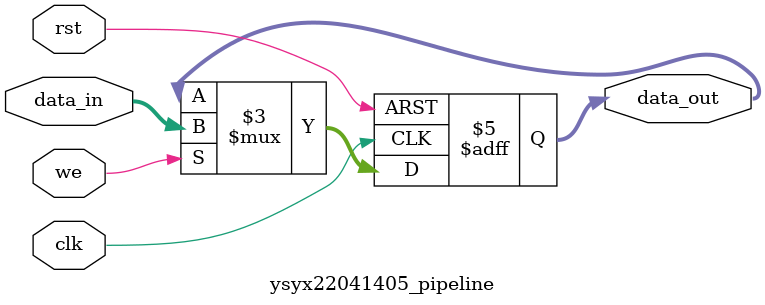
<source format=v>
module ysyx22041405_pipeline #(parameter WIDTH = 32)
(
    input clk,
    input rst,
    input we,
    input [WIDTH-1:0] data_in,
    output reg [WIDTH-1:0] data_out
);

    always @(posedge clk or posedge rst) begin
        if (rst) 
            data_out <= 0;
        else if(we)
            data_out <= data_in;
        else 
            data_out <= data_out;
    end

endmodule
</source>
